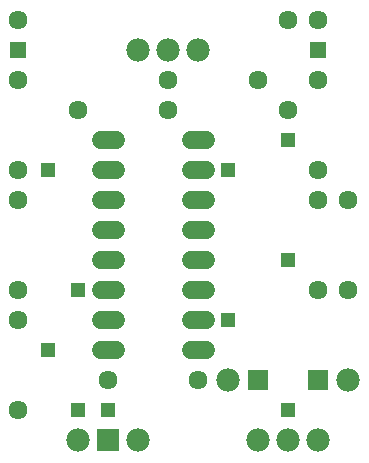
<source format=gbs>
G75*
%MOIN*%
%OFA0B0*%
%FSLAX25Y25*%
%IPPOS*%
%LPD*%
%AMOC8*
5,1,8,0,0,1.08239X$1,22.5*
%
%ADD10C,0.07800*%
%ADD11R,0.07100X0.07100*%
%ADD12C,0.06343*%
%ADD13R,0.05556X0.05556*%
%ADD14C,0.05950*%
%ADD15R,0.07800X0.07800*%
%ADD16R,0.04762X0.04762*%
D10*
X0098897Y0082046D03*
X0118897Y0082046D03*
X0148897Y0102046D03*
X0158897Y0082046D03*
X0168897Y0082046D03*
X0178897Y0082046D03*
X0188897Y0102046D03*
X0138897Y0212046D03*
X0128897Y0212046D03*
X0118897Y0212046D03*
D11*
X0158897Y0102046D03*
X0178897Y0102046D03*
D12*
X0078897Y0092046D03*
X0108897Y0102046D03*
X0078897Y0122046D03*
X0078897Y0132046D03*
X0078897Y0162046D03*
X0078897Y0172046D03*
X0098897Y0192046D03*
X0078897Y0202046D03*
X0078897Y0222046D03*
X0128897Y0202046D03*
X0128897Y0192046D03*
X0158897Y0202046D03*
X0168897Y0192046D03*
X0178897Y0202046D03*
X0178897Y0222046D03*
X0168897Y0222046D03*
X0178897Y0172046D03*
X0178897Y0162046D03*
X0188897Y0162046D03*
X0188897Y0132046D03*
X0178897Y0132046D03*
X0138897Y0102046D03*
D13*
X0178897Y0212046D03*
X0078897Y0212046D03*
D14*
X0106323Y0182046D02*
X0111472Y0182046D01*
X0111472Y0172046D02*
X0106323Y0172046D01*
X0106323Y0162046D02*
X0111472Y0162046D01*
X0111472Y0152046D02*
X0106323Y0152046D01*
X0106323Y0142046D02*
X0111472Y0142046D01*
X0111472Y0132046D02*
X0106323Y0132046D01*
X0106323Y0122046D02*
X0111472Y0122046D01*
X0111472Y0112046D02*
X0106323Y0112046D01*
X0136323Y0112046D02*
X0141472Y0112046D01*
X0141472Y0122046D02*
X0136323Y0122046D01*
X0136323Y0132046D02*
X0141472Y0132046D01*
X0141472Y0142046D02*
X0136323Y0142046D01*
X0136323Y0152046D02*
X0141472Y0152046D01*
X0141472Y0162046D02*
X0136323Y0162046D01*
X0136323Y0172046D02*
X0141472Y0172046D01*
X0141472Y0182046D02*
X0136323Y0182046D01*
D15*
X0108897Y0082046D03*
D16*
X0108897Y0092046D03*
X0098897Y0092046D03*
X0088897Y0112046D03*
X0098897Y0132046D03*
X0088897Y0172046D03*
X0148897Y0172046D03*
X0168897Y0182046D03*
X0168897Y0142046D03*
X0148897Y0122046D03*
X0168897Y0092046D03*
M02*

</source>
